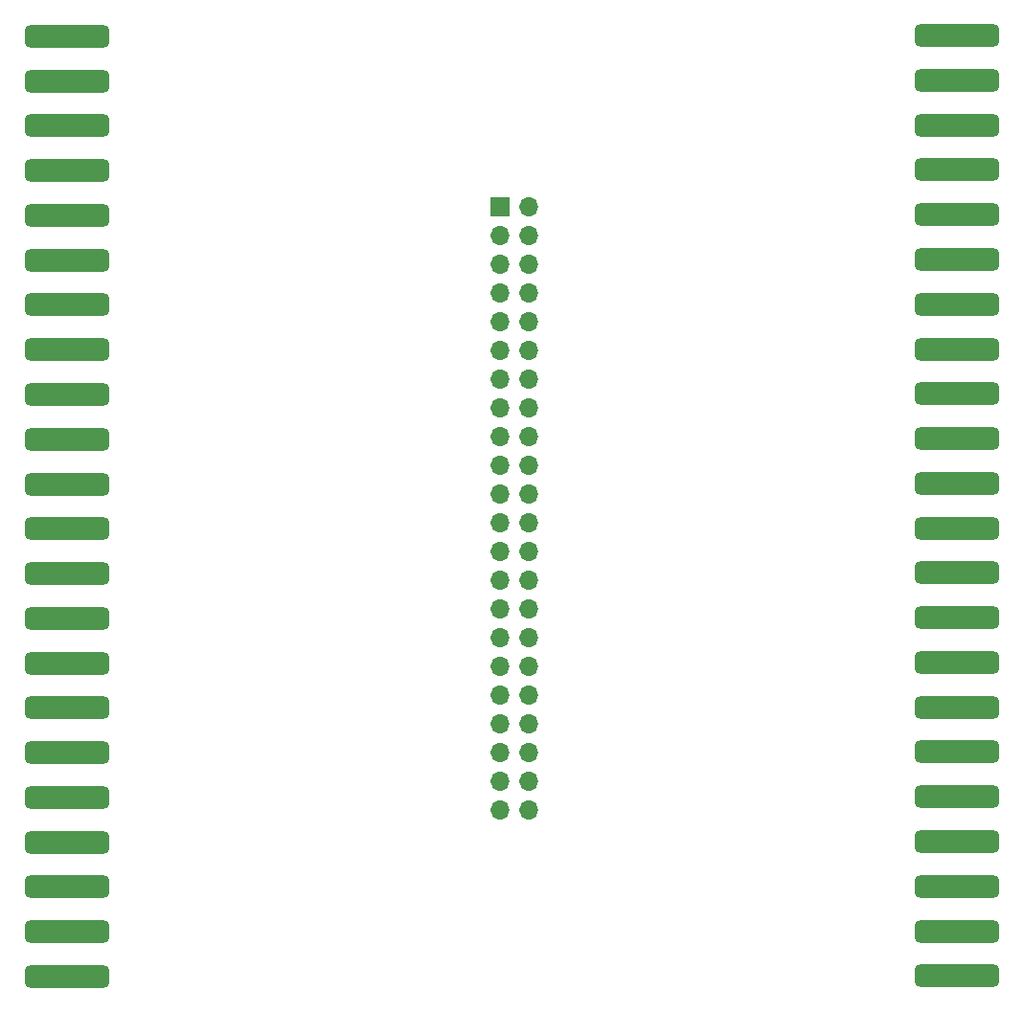
<source format=gbr>
G04 #@! TF.GenerationSoftware,KiCad,Pcbnew,8.0.6-8.0.6-0~ubuntu24.10.1*
G04 #@! TF.CreationDate,2024-10-17T08:48:07-07:00*
G04 #@! TF.ProjectId,kim1breakout,6b696d31-6272-4656-916b-6f75742e6b69,1.3*
G04 #@! TF.SameCoordinates,Original*
G04 #@! TF.FileFunction,Soldermask,Bot*
G04 #@! TF.FilePolarity,Negative*
%FSLAX46Y46*%
G04 Gerber Fmt 4.6, Leading zero omitted, Abs format (unit mm)*
G04 Created by KiCad (PCBNEW 8.0.6-8.0.6-0~ubuntu24.10.1) date 2024-10-17 08:48:07*
%MOMM*%
%LPD*%
G01*
G04 APERTURE LIST*
G04 Aperture macros list*
%AMRoundRect*
0 Rectangle with rounded corners*
0 $1 Rounding radius*
0 $2 $3 $4 $5 $6 $7 $8 $9 X,Y pos of 4 corners*
0 Add a 4 corners polygon primitive as box body*
4,1,4,$2,$3,$4,$5,$6,$7,$8,$9,$2,$3,0*
0 Add four circle primitives for the rounded corners*
1,1,$1+$1,$2,$3*
1,1,$1+$1,$4,$5*
1,1,$1+$1,$6,$7*
1,1,$1+$1,$8,$9*
0 Add four rect primitives between the rounded corners*
20,1,$1+$1,$2,$3,$4,$5,0*
20,1,$1+$1,$4,$5,$6,$7,0*
20,1,$1+$1,$6,$7,$8,$9,0*
20,1,$1+$1,$8,$9,$2,$3,0*%
G04 Aperture macros list end*
%ADD10RoundRect,0.500000X-3.250000X-0.500000X3.250000X-0.500000X3.250000X0.500000X-3.250000X0.500000X0*%
%ADD11R,1.700000X1.700000*%
%ADD12O,1.700000X1.700000*%
G04 APERTURE END LIST*
D10*
G04 #@! TO.C,J1*
X106100000Y-57420000D03*
X106100000Y-61380000D03*
X106100000Y-65340000D03*
X106100000Y-69300000D03*
X106100000Y-73260000D03*
X106100000Y-77220000D03*
X106100000Y-81180000D03*
X106100000Y-85140000D03*
X106100000Y-89100000D03*
X106100000Y-93060000D03*
X106100000Y-97020000D03*
X106100000Y-100980000D03*
X106100000Y-104940000D03*
X106100000Y-108900000D03*
X106100000Y-112860000D03*
X106100000Y-116820000D03*
X106100000Y-120780000D03*
X106100000Y-124740000D03*
X106100000Y-128700000D03*
X106100000Y-132660000D03*
X106100000Y-136620000D03*
X106100000Y-140580000D03*
G04 #@! TD*
G04 #@! TO.C,J2*
X184800000Y-57360000D03*
X184800000Y-61320000D03*
X184800000Y-65280000D03*
X184800000Y-69240000D03*
X184800000Y-73200000D03*
X184800000Y-77160000D03*
X184800000Y-81120000D03*
X184800000Y-85080000D03*
X184800000Y-89040000D03*
X184800000Y-93000000D03*
X184800000Y-96960000D03*
X184800000Y-100920000D03*
X184800000Y-104880000D03*
X184800000Y-108840000D03*
X184800000Y-112800000D03*
X184800000Y-116760000D03*
X184800000Y-120720000D03*
X184800000Y-124680000D03*
X184800000Y-128640000D03*
X184800000Y-132600000D03*
X184800000Y-136560000D03*
X184800000Y-140520000D03*
G04 #@! TD*
D11*
G04 #@! TO.C,J3*
X144400000Y-72540000D03*
D12*
X144400000Y-75080000D03*
X144400000Y-77620000D03*
X144400000Y-80160000D03*
X144400000Y-82700000D03*
X144400000Y-85240000D03*
X144400000Y-87780000D03*
X144400000Y-90320000D03*
X144400000Y-92860000D03*
X144400000Y-95400000D03*
X144400000Y-97940000D03*
X144400000Y-100480000D03*
X144400000Y-103020000D03*
X144400000Y-105560000D03*
X144400000Y-108100000D03*
X144400000Y-110640000D03*
X144400000Y-113180000D03*
X144400000Y-115720000D03*
X144400000Y-118260000D03*
X144400000Y-120800000D03*
X144400000Y-123340000D03*
X144400000Y-125880000D03*
X146940000Y-72540000D03*
X146940000Y-75080000D03*
X146940000Y-77620000D03*
X146940000Y-80160000D03*
X146940000Y-82700000D03*
X146940000Y-85240000D03*
X146940000Y-87780000D03*
X146940000Y-90320000D03*
X146940000Y-92860000D03*
X146940000Y-95400000D03*
X146940000Y-97940000D03*
X146940000Y-100480000D03*
X146940000Y-103020000D03*
X146940000Y-105560000D03*
X146940000Y-108100000D03*
X146940000Y-110640000D03*
X146940000Y-113180000D03*
X146940000Y-115720000D03*
X146940000Y-118260000D03*
X146940000Y-120800000D03*
X146940000Y-123340000D03*
X146940000Y-125880000D03*
G04 #@! TD*
M02*

</source>
